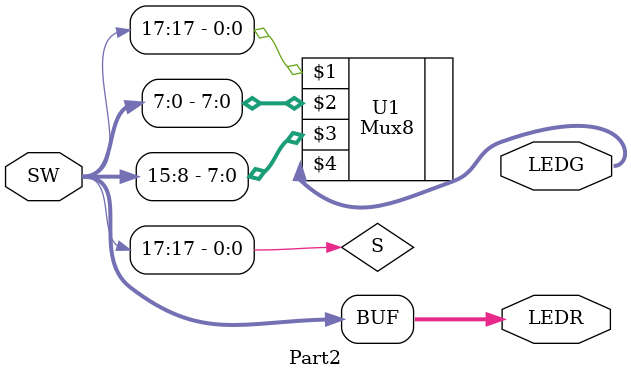
<source format=v>

module Part2( SW, LEDR, LEDG ); 
input  [17:0] SW;    // toggle switches 
output [17:0] LEDR;  // red LEDs 
output [7:0]  LEDG;  // green LEDs 
wire S;              // the select line
assign S = SW[17];   // clarify what SW[17] does 
assign LEDR = SW; // show switch settings
// instance of the 8-bit wide mux: 
Mux8 U1( S, SW[7:0], SW[15:8], LEDG[7:0] );
endmodule
</source>
